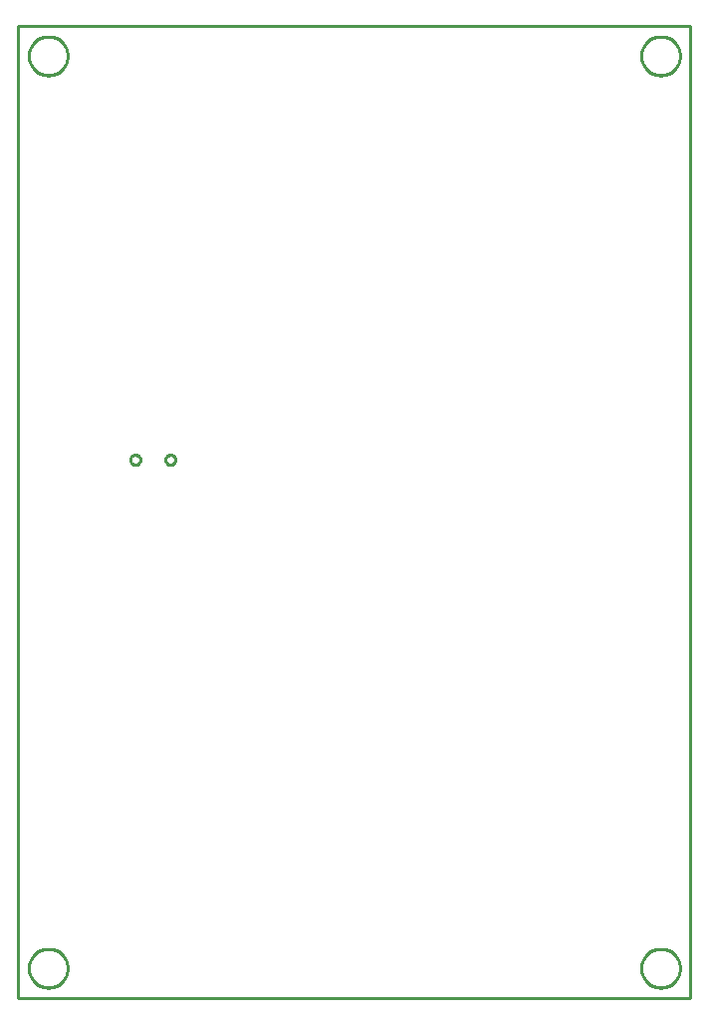
<source format=gbr>
G04 EAGLE Gerber RS-274X export*
G75*
%MOMM*%
%FSLAX34Y34*%
%LPD*%
%IN*%
%IPPOS*%
%AMOC8*
5,1,8,0,0,1.08239X$1,22.5*%
G01*
%ADD10C,0.254000*%


D10*
X0Y0D02*
X571500Y0D01*
X571500Y825500D01*
X0Y825500D01*
X0Y0D01*
X562610Y799560D02*
X562539Y798481D01*
X562398Y797409D01*
X562187Y796349D01*
X561908Y795305D01*
X561560Y794281D01*
X561146Y793283D01*
X560668Y792313D01*
X560128Y791377D01*
X559527Y790478D01*
X558869Y789621D01*
X558157Y788808D01*
X557392Y788044D01*
X556579Y787331D01*
X555722Y786673D01*
X554823Y786072D01*
X553887Y785532D01*
X552917Y785054D01*
X551919Y784640D01*
X550895Y784292D01*
X549851Y784013D01*
X548791Y783802D01*
X547719Y783661D01*
X546640Y783590D01*
X545560Y783590D01*
X544481Y783661D01*
X543409Y783802D01*
X542349Y784013D01*
X541305Y784292D01*
X540281Y784640D01*
X539283Y785054D01*
X538313Y785532D01*
X537377Y786072D01*
X536478Y786673D01*
X535621Y787331D01*
X534808Y788044D01*
X534044Y788808D01*
X533331Y789621D01*
X532673Y790478D01*
X532072Y791377D01*
X531532Y792313D01*
X531054Y793283D01*
X530640Y794281D01*
X530292Y795305D01*
X530013Y796349D01*
X529802Y797409D01*
X529661Y798481D01*
X529590Y799560D01*
X529590Y800640D01*
X529661Y801719D01*
X529802Y802791D01*
X530013Y803851D01*
X530292Y804895D01*
X530640Y805919D01*
X531054Y806917D01*
X531532Y807887D01*
X532072Y808823D01*
X532673Y809722D01*
X533331Y810579D01*
X534044Y811392D01*
X534808Y812157D01*
X535621Y812869D01*
X536478Y813527D01*
X537377Y814128D01*
X538313Y814668D01*
X539283Y815146D01*
X540281Y815560D01*
X541305Y815908D01*
X542349Y816187D01*
X543409Y816398D01*
X544481Y816539D01*
X545560Y816610D01*
X546640Y816610D01*
X547719Y816539D01*
X548791Y816398D01*
X549851Y816187D01*
X550895Y815908D01*
X551919Y815560D01*
X552917Y815146D01*
X553887Y814668D01*
X554823Y814128D01*
X555722Y813527D01*
X556579Y812869D01*
X557392Y812157D01*
X558157Y811392D01*
X558869Y810579D01*
X559527Y809722D01*
X560128Y808823D01*
X560668Y807887D01*
X561146Y806917D01*
X561560Y805919D01*
X561908Y804895D01*
X562187Y803851D01*
X562398Y802791D01*
X562539Y801719D01*
X562610Y800640D01*
X562610Y799560D01*
X41910Y24860D02*
X41839Y23781D01*
X41698Y22709D01*
X41487Y21649D01*
X41208Y20605D01*
X40860Y19581D01*
X40446Y18583D01*
X39968Y17613D01*
X39428Y16677D01*
X38827Y15778D01*
X38169Y14921D01*
X37457Y14108D01*
X36692Y13344D01*
X35879Y12631D01*
X35022Y11973D01*
X34123Y11372D01*
X33187Y10832D01*
X32217Y10354D01*
X31219Y9940D01*
X30195Y9592D01*
X29151Y9313D01*
X28091Y9102D01*
X27019Y8961D01*
X25940Y8890D01*
X24860Y8890D01*
X23781Y8961D01*
X22709Y9102D01*
X21649Y9313D01*
X20605Y9592D01*
X19581Y9940D01*
X18583Y10354D01*
X17613Y10832D01*
X16677Y11372D01*
X15778Y11973D01*
X14921Y12631D01*
X14108Y13344D01*
X13344Y14108D01*
X12631Y14921D01*
X11973Y15778D01*
X11372Y16677D01*
X10832Y17613D01*
X10354Y18583D01*
X9940Y19581D01*
X9592Y20605D01*
X9313Y21649D01*
X9102Y22709D01*
X8961Y23781D01*
X8890Y24860D01*
X8890Y25940D01*
X8961Y27019D01*
X9102Y28091D01*
X9313Y29151D01*
X9592Y30195D01*
X9940Y31219D01*
X10354Y32217D01*
X10832Y33187D01*
X11372Y34123D01*
X11973Y35022D01*
X12631Y35879D01*
X13344Y36692D01*
X14108Y37457D01*
X14921Y38169D01*
X15778Y38827D01*
X16677Y39428D01*
X17613Y39968D01*
X18583Y40446D01*
X19581Y40860D01*
X20605Y41208D01*
X21649Y41487D01*
X22709Y41698D01*
X23781Y41839D01*
X24860Y41910D01*
X25940Y41910D01*
X27019Y41839D01*
X28091Y41698D01*
X29151Y41487D01*
X30195Y41208D01*
X31219Y40860D01*
X32217Y40446D01*
X33187Y39968D01*
X34123Y39428D01*
X35022Y38827D01*
X35879Y38169D01*
X36692Y37457D01*
X37457Y36692D01*
X38169Y35879D01*
X38827Y35022D01*
X39428Y34123D01*
X39968Y33187D01*
X40446Y32217D01*
X40860Y31219D01*
X41208Y30195D01*
X41487Y29151D01*
X41698Y28091D01*
X41839Y27019D01*
X41910Y25940D01*
X41910Y24860D01*
X41910Y799560D02*
X41839Y798481D01*
X41698Y797409D01*
X41487Y796349D01*
X41208Y795305D01*
X40860Y794281D01*
X40446Y793283D01*
X39968Y792313D01*
X39428Y791377D01*
X38827Y790478D01*
X38169Y789621D01*
X37457Y788808D01*
X36692Y788044D01*
X35879Y787331D01*
X35022Y786673D01*
X34123Y786072D01*
X33187Y785532D01*
X32217Y785054D01*
X31219Y784640D01*
X30195Y784292D01*
X29151Y784013D01*
X28091Y783802D01*
X27019Y783661D01*
X25940Y783590D01*
X24860Y783590D01*
X23781Y783661D01*
X22709Y783802D01*
X21649Y784013D01*
X20605Y784292D01*
X19581Y784640D01*
X18583Y785054D01*
X17613Y785532D01*
X16677Y786072D01*
X15778Y786673D01*
X14921Y787331D01*
X14108Y788044D01*
X13344Y788808D01*
X12631Y789621D01*
X11973Y790478D01*
X11372Y791377D01*
X10832Y792313D01*
X10354Y793283D01*
X9940Y794281D01*
X9592Y795305D01*
X9313Y796349D01*
X9102Y797409D01*
X8961Y798481D01*
X8890Y799560D01*
X8890Y800640D01*
X8961Y801719D01*
X9102Y802791D01*
X9313Y803851D01*
X9592Y804895D01*
X9940Y805919D01*
X10354Y806917D01*
X10832Y807887D01*
X11372Y808823D01*
X11973Y809722D01*
X12631Y810579D01*
X13344Y811392D01*
X14108Y812157D01*
X14921Y812869D01*
X15778Y813527D01*
X16677Y814128D01*
X17613Y814668D01*
X18583Y815146D01*
X19581Y815560D01*
X20605Y815908D01*
X21649Y816187D01*
X22709Y816398D01*
X23781Y816539D01*
X24860Y816610D01*
X25940Y816610D01*
X27019Y816539D01*
X28091Y816398D01*
X29151Y816187D01*
X30195Y815908D01*
X31219Y815560D01*
X32217Y815146D01*
X33187Y814668D01*
X34123Y814128D01*
X35022Y813527D01*
X35879Y812869D01*
X36692Y812157D01*
X37457Y811392D01*
X38169Y810579D01*
X38827Y809722D01*
X39428Y808823D01*
X39968Y807887D01*
X40446Y806917D01*
X40860Y805919D01*
X41208Y804895D01*
X41487Y803851D01*
X41698Y802791D01*
X41839Y801719D01*
X41910Y800640D01*
X41910Y799560D01*
X562610Y24860D02*
X562539Y23781D01*
X562398Y22709D01*
X562187Y21649D01*
X561908Y20605D01*
X561560Y19581D01*
X561146Y18583D01*
X560668Y17613D01*
X560128Y16677D01*
X559527Y15778D01*
X558869Y14921D01*
X558157Y14108D01*
X557392Y13344D01*
X556579Y12631D01*
X555722Y11973D01*
X554823Y11372D01*
X553887Y10832D01*
X552917Y10354D01*
X551919Y9940D01*
X550895Y9592D01*
X549851Y9313D01*
X548791Y9102D01*
X547719Y8961D01*
X546640Y8890D01*
X545560Y8890D01*
X544481Y8961D01*
X543409Y9102D01*
X542349Y9313D01*
X541305Y9592D01*
X540281Y9940D01*
X539283Y10354D01*
X538313Y10832D01*
X537377Y11372D01*
X536478Y11973D01*
X535621Y12631D01*
X534808Y13344D01*
X534044Y14108D01*
X533331Y14921D01*
X532673Y15778D01*
X532072Y16677D01*
X531532Y17613D01*
X531054Y18583D01*
X530640Y19581D01*
X530292Y20605D01*
X530013Y21649D01*
X529802Y22709D01*
X529661Y23781D01*
X529590Y24860D01*
X529590Y25940D01*
X529661Y27019D01*
X529802Y28091D01*
X530013Y29151D01*
X530292Y30195D01*
X530640Y31219D01*
X531054Y32217D01*
X531532Y33187D01*
X532072Y34123D01*
X532673Y35022D01*
X533331Y35879D01*
X534044Y36692D01*
X534808Y37457D01*
X535621Y38169D01*
X536478Y38827D01*
X537377Y39428D01*
X538313Y39968D01*
X539283Y40446D01*
X540281Y40860D01*
X541305Y41208D01*
X542349Y41487D01*
X543409Y41698D01*
X544481Y41839D01*
X545560Y41910D01*
X546640Y41910D01*
X547719Y41839D01*
X548791Y41698D01*
X549851Y41487D01*
X550895Y41208D01*
X551919Y40860D01*
X552917Y40446D01*
X553887Y39968D01*
X554823Y39428D01*
X555722Y38827D01*
X556579Y38169D01*
X557392Y37457D01*
X558157Y36692D01*
X558869Y35879D01*
X559527Y35022D01*
X560128Y34123D01*
X560668Y33187D01*
X561146Y32217D01*
X561560Y31219D01*
X561908Y30195D01*
X562187Y29151D01*
X562398Y28091D01*
X562539Y27019D01*
X562610Y25940D01*
X562610Y24860D01*
X133550Y456921D02*
X133477Y456369D01*
X133333Y455831D01*
X133120Y455316D01*
X132841Y454834D01*
X132502Y454392D01*
X132108Y453998D01*
X131666Y453659D01*
X131184Y453380D01*
X130669Y453167D01*
X130131Y453023D01*
X129579Y452950D01*
X129021Y452950D01*
X128469Y453023D01*
X127931Y453167D01*
X127416Y453380D01*
X126934Y453659D01*
X126492Y453998D01*
X126098Y454392D01*
X125759Y454834D01*
X125480Y455316D01*
X125267Y455831D01*
X125123Y456369D01*
X125050Y456921D01*
X125050Y457479D01*
X125123Y458031D01*
X125267Y458569D01*
X125480Y459084D01*
X125759Y459566D01*
X126098Y460008D01*
X126492Y460402D01*
X126934Y460741D01*
X127416Y461020D01*
X127931Y461233D01*
X128469Y461377D01*
X129021Y461450D01*
X129579Y461450D01*
X130131Y461377D01*
X130669Y461233D01*
X131184Y461020D01*
X131666Y460741D01*
X132108Y460402D01*
X132502Y460008D01*
X132841Y459566D01*
X133120Y459084D01*
X133333Y458569D01*
X133477Y458031D01*
X133550Y457479D01*
X133550Y456921D01*
X103550Y456921D02*
X103477Y456369D01*
X103333Y455831D01*
X103120Y455316D01*
X102841Y454834D01*
X102502Y454392D01*
X102108Y453998D01*
X101666Y453659D01*
X101184Y453380D01*
X100669Y453167D01*
X100131Y453023D01*
X99579Y452950D01*
X99021Y452950D01*
X98469Y453023D01*
X97931Y453167D01*
X97416Y453380D01*
X96934Y453659D01*
X96492Y453998D01*
X96098Y454392D01*
X95759Y454834D01*
X95480Y455316D01*
X95267Y455831D01*
X95123Y456369D01*
X95050Y456921D01*
X95050Y457479D01*
X95123Y458031D01*
X95267Y458569D01*
X95480Y459084D01*
X95759Y459566D01*
X96098Y460008D01*
X96492Y460402D01*
X96934Y460741D01*
X97416Y461020D01*
X97931Y461233D01*
X98469Y461377D01*
X99021Y461450D01*
X99579Y461450D01*
X100131Y461377D01*
X100669Y461233D01*
X101184Y461020D01*
X101666Y460741D01*
X102108Y460402D01*
X102502Y460008D01*
X102841Y459566D01*
X103120Y459084D01*
X103333Y458569D01*
X103477Y458031D01*
X103550Y457479D01*
X103550Y456921D01*
M02*

</source>
